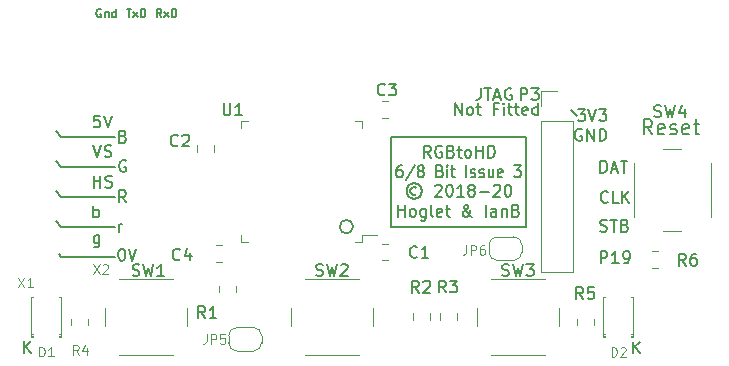
<source format=gto>
G04 #@! TF.GenerationSoftware,KiCad,Pcbnew,(5.1.4)-1*
G04 #@! TF.CreationDate,2020-02-28T01:36:28+00:00*
G04 #@! TF.ProjectId,rgb-to-hdmi,7267622d-746f-42d6-9864-6d692e6b6963,rev?*
G04 #@! TF.SameCoordinates,Original*
G04 #@! TF.FileFunction,Legend,Top*
G04 #@! TF.FilePolarity,Positive*
%FSLAX46Y46*%
G04 Gerber Fmt 4.6, Leading zero omitted, Abs format (unit mm)*
G04 Created by KiCad (PCBNEW (5.1.4)-1) date 2020-02-28 01:36:28*
%MOMM*%
%LPD*%
G04 APERTURE LIST*
%ADD10C,0.120000*%
%ADD11C,0.150000*%
%ADD12C,0.130000*%
%ADD13C,0.200000*%
G04 APERTURE END LIST*
D10*
X21974380Y-47572864D02*
X22507714Y-48372864D01*
X22507714Y-47572864D02*
X21974380Y-48372864D01*
X23231523Y-48372864D02*
X22774380Y-48372864D01*
X23002952Y-48372864D02*
X23002952Y-47572864D01*
X22926761Y-47687150D01*
X22850571Y-47763340D01*
X22774380Y-47801436D01*
X28354380Y-46442864D02*
X28887714Y-47242864D01*
X28887714Y-46442864D02*
X28354380Y-47242864D01*
X29154380Y-46519055D02*
X29192476Y-46480960D01*
X29268666Y-46442864D01*
X29459142Y-46442864D01*
X29535333Y-46480960D01*
X29573428Y-46519055D01*
X29611523Y-46595245D01*
X29611523Y-46671436D01*
X29573428Y-46785721D01*
X29116285Y-47242864D01*
X29611523Y-47242864D01*
D11*
X25642000Y-35620960D02*
X25184800Y-35163760D01*
X26150000Y-35620960D02*
X25642000Y-35620960D01*
X25642000Y-45780960D02*
X25438800Y-45577760D01*
X26150000Y-45780960D02*
X25642000Y-45780960D01*
X25642000Y-43240960D02*
X25184800Y-42783760D01*
X26150000Y-43240960D02*
X25642000Y-43240960D01*
X25642000Y-40700960D02*
X25184800Y-40243760D01*
X26175400Y-40700960D02*
X25642000Y-40700960D01*
X25642000Y-38160960D02*
X25184800Y-37703760D01*
X26150000Y-38160960D02*
X25642000Y-38160960D01*
X71290714Y-46334940D02*
X71290714Y-45334940D01*
X71671666Y-45334940D01*
X71766904Y-45382560D01*
X71814523Y-45430179D01*
X71862142Y-45525417D01*
X71862142Y-45668274D01*
X71814523Y-45763512D01*
X71766904Y-45811131D01*
X71671666Y-45858750D01*
X71290714Y-45858750D01*
X72814523Y-46334940D02*
X72243095Y-46334940D01*
X72528809Y-46334940D02*
X72528809Y-45334940D01*
X72433571Y-45477798D01*
X72338333Y-45573036D01*
X72243095Y-45620655D01*
X73290714Y-46334940D02*
X73481190Y-46334940D01*
X73576428Y-46287321D01*
X73624047Y-46239702D01*
X73719285Y-46096845D01*
X73766904Y-45906369D01*
X73766904Y-45525417D01*
X73719285Y-45430179D01*
X73671666Y-45382560D01*
X73576428Y-45334940D01*
X73385952Y-45334940D01*
X73290714Y-45382560D01*
X73243095Y-45430179D01*
X73195476Y-45525417D01*
X73195476Y-45763512D01*
X73243095Y-45858750D01*
X73290714Y-45906369D01*
X73385952Y-45953988D01*
X73576428Y-45953988D01*
X73671666Y-45906369D01*
X73719285Y-45858750D01*
X73766904Y-45763512D01*
X71262133Y-43620321D02*
X71404990Y-43667940D01*
X71643085Y-43667940D01*
X71738323Y-43620321D01*
X71785942Y-43572702D01*
X71833561Y-43477464D01*
X71833561Y-43382226D01*
X71785942Y-43286988D01*
X71738323Y-43239369D01*
X71643085Y-43191750D01*
X71452609Y-43144131D01*
X71357371Y-43096512D01*
X71309752Y-43048893D01*
X71262133Y-42953655D01*
X71262133Y-42858417D01*
X71309752Y-42763179D01*
X71357371Y-42715560D01*
X71452609Y-42667940D01*
X71690704Y-42667940D01*
X71833561Y-42715560D01*
X72119276Y-42667940D02*
X72690704Y-42667940D01*
X72404990Y-43667940D02*
X72404990Y-42667940D01*
X73357371Y-43144131D02*
X73500228Y-43191750D01*
X73547847Y-43239369D01*
X73595466Y-43334607D01*
X73595466Y-43477464D01*
X73547847Y-43572702D01*
X73500228Y-43620321D01*
X73404990Y-43667940D01*
X73024038Y-43667940D01*
X73024038Y-42667940D01*
X73357371Y-42667940D01*
X73452609Y-42715560D01*
X73500228Y-42763179D01*
X73547847Y-42858417D01*
X73547847Y-42953655D01*
X73500228Y-43048893D01*
X73452609Y-43096512D01*
X73357371Y-43144131D01*
X73024038Y-43144131D01*
X71281171Y-38664140D02*
X71281171Y-37664140D01*
X71519266Y-37664140D01*
X71662123Y-37711760D01*
X71757361Y-37806998D01*
X71804980Y-37902236D01*
X71852600Y-38092712D01*
X71852600Y-38235569D01*
X71804980Y-38426045D01*
X71757361Y-38521283D01*
X71662123Y-38616521D01*
X71519266Y-38664140D01*
X71281171Y-38664140D01*
X72233552Y-38378426D02*
X72709742Y-38378426D01*
X72138314Y-38664140D02*
X72471647Y-37664140D01*
X72804980Y-38664140D01*
X72995457Y-37664140D02*
X73566885Y-37664140D01*
X73281171Y-38664140D02*
X73281171Y-37664140D01*
X71909761Y-41134302D02*
X71862142Y-41181921D01*
X71719285Y-41229540D01*
X71624047Y-41229540D01*
X71481190Y-41181921D01*
X71385952Y-41086683D01*
X71338333Y-40991445D01*
X71290714Y-40800969D01*
X71290714Y-40658112D01*
X71338333Y-40467636D01*
X71385952Y-40372398D01*
X71481190Y-40277160D01*
X71624047Y-40229540D01*
X71719285Y-40229540D01*
X71862142Y-40277160D01*
X71909761Y-40324779D01*
X72814523Y-41229540D02*
X72338333Y-41229540D01*
X72338333Y-40229540D01*
X73147857Y-41229540D02*
X73147857Y-40229540D01*
X73719285Y-41229540D02*
X73290714Y-40658112D01*
X73719285Y-40229540D02*
X73147857Y-40800969D01*
X61127533Y-31517340D02*
X61127533Y-32231626D01*
X61079914Y-32374483D01*
X60984676Y-32469721D01*
X60841819Y-32517340D01*
X60746580Y-32517340D01*
X61460866Y-31517340D02*
X62032295Y-31517340D01*
X61746580Y-32517340D02*
X61746580Y-31517340D01*
X62318009Y-32231626D02*
X62794200Y-32231626D01*
X62222771Y-32517340D02*
X62556104Y-31517340D01*
X62889438Y-32517340D01*
X63746580Y-31564960D02*
X63651342Y-31517340D01*
X63508485Y-31517340D01*
X63365628Y-31564960D01*
X63270390Y-31660198D01*
X63222771Y-31755436D01*
X63175152Y-31945912D01*
X63175152Y-32088769D01*
X63222771Y-32279245D01*
X63270390Y-32374483D01*
X63365628Y-32469721D01*
X63508485Y-32517340D01*
X63603723Y-32517340D01*
X63746580Y-32469721D01*
X63794200Y-32422102D01*
X63794200Y-32088769D01*
X63603723Y-32088769D01*
X30214000Y-45780960D02*
X26150000Y-45780960D01*
X30705809Y-45123340D02*
X30801047Y-45123340D01*
X30896285Y-45170960D01*
X30943904Y-45218579D01*
X30991523Y-45313817D01*
X31039142Y-45504293D01*
X31039142Y-45742388D01*
X30991523Y-45932864D01*
X30943904Y-46028102D01*
X30896285Y-46075721D01*
X30801047Y-46123340D01*
X30705809Y-46123340D01*
X30610571Y-46075721D01*
X30562952Y-46028102D01*
X30515333Y-45932864D01*
X30467714Y-45742388D01*
X30467714Y-45504293D01*
X30515333Y-45313817D01*
X30562952Y-45218579D01*
X30610571Y-45170960D01*
X30705809Y-45123340D01*
X31324857Y-45123340D02*
X31658190Y-46123340D01*
X31991523Y-45123340D01*
X30214000Y-35620960D02*
X26150000Y-35620960D01*
X30214000Y-38160960D02*
X26150000Y-38160960D01*
X30214000Y-40700960D02*
X26150000Y-40700960D01*
X30214000Y-43240960D02*
X26150000Y-43240960D01*
X30480571Y-43663340D02*
X30480571Y-42996674D01*
X30480571Y-43187150D02*
X30528190Y-43091912D01*
X30575809Y-43044293D01*
X30671047Y-42996674D01*
X30766285Y-42996674D01*
X31101523Y-41183340D02*
X30768190Y-40707150D01*
X30530095Y-41183340D02*
X30530095Y-40183340D01*
X30911047Y-40183340D01*
X31006285Y-40230960D01*
X31053904Y-40278579D01*
X31101523Y-40373817D01*
X31101523Y-40516674D01*
X31053904Y-40611912D01*
X31006285Y-40659531D01*
X30911047Y-40707150D01*
X30530095Y-40707150D01*
X31093904Y-37660960D02*
X30998666Y-37613340D01*
X30855809Y-37613340D01*
X30712952Y-37660960D01*
X30617714Y-37756198D01*
X30570095Y-37851436D01*
X30522476Y-38041912D01*
X30522476Y-38184769D01*
X30570095Y-38375245D01*
X30617714Y-38470483D01*
X30712952Y-38565721D01*
X30855809Y-38613340D01*
X30951047Y-38613340D01*
X31093904Y-38565721D01*
X31141523Y-38518102D01*
X31141523Y-38184769D01*
X30951047Y-38184769D01*
X30863428Y-35599531D02*
X31006285Y-35647150D01*
X31053904Y-35694769D01*
X31101523Y-35790007D01*
X31101523Y-35932864D01*
X31053904Y-36028102D01*
X31006285Y-36075721D01*
X30911047Y-36123340D01*
X30530095Y-36123340D01*
X30530095Y-35123340D01*
X30863428Y-35123340D01*
X30958666Y-35170960D01*
X31006285Y-35218579D01*
X31053904Y-35313817D01*
X31053904Y-35409055D01*
X31006285Y-35504293D01*
X30958666Y-35551912D01*
X30863428Y-35599531D01*
X30530095Y-35599531D01*
X28866285Y-43986674D02*
X28866285Y-44796198D01*
X28818666Y-44891436D01*
X28771047Y-44939055D01*
X28675809Y-44986674D01*
X28532952Y-44986674D01*
X28437714Y-44939055D01*
X28866285Y-44605721D02*
X28771047Y-44653340D01*
X28580571Y-44653340D01*
X28485333Y-44605721D01*
X28437714Y-44558102D01*
X28390095Y-44462864D01*
X28390095Y-44177150D01*
X28437714Y-44081912D01*
X28485333Y-44034293D01*
X28580571Y-43986674D01*
X28771047Y-43986674D01*
X28866285Y-44034293D01*
X28357714Y-42463340D02*
X28357714Y-41463340D01*
X28357714Y-41844293D02*
X28452952Y-41796674D01*
X28643428Y-41796674D01*
X28738666Y-41844293D01*
X28786285Y-41891912D01*
X28833904Y-41987150D01*
X28833904Y-42272864D01*
X28786285Y-42368102D01*
X28738666Y-42415721D01*
X28643428Y-42463340D01*
X28452952Y-42463340D01*
X28357714Y-42415721D01*
X28370095Y-39933340D02*
X28370095Y-38933340D01*
X28370095Y-39409531D02*
X28941523Y-39409531D01*
X28941523Y-39933340D02*
X28941523Y-38933340D01*
X29370095Y-39885721D02*
X29512952Y-39933340D01*
X29751047Y-39933340D01*
X29846285Y-39885721D01*
X29893904Y-39838102D01*
X29941523Y-39742864D01*
X29941523Y-39647626D01*
X29893904Y-39552388D01*
X29846285Y-39504769D01*
X29751047Y-39457150D01*
X29560571Y-39409531D01*
X29465333Y-39361912D01*
X29417714Y-39314293D01*
X29370095Y-39219055D01*
X29370095Y-39123817D01*
X29417714Y-39028579D01*
X29465333Y-38980960D01*
X29560571Y-38933340D01*
X29798666Y-38933340D01*
X29941523Y-38980960D01*
X28352476Y-36343340D02*
X28685809Y-37343340D01*
X29019142Y-36343340D01*
X29304857Y-37295721D02*
X29447714Y-37343340D01*
X29685809Y-37343340D01*
X29781047Y-37295721D01*
X29828666Y-37248102D01*
X29876285Y-37152864D01*
X29876285Y-37057626D01*
X29828666Y-36962388D01*
X29781047Y-36914769D01*
X29685809Y-36867150D01*
X29495333Y-36819531D01*
X29400095Y-36771912D01*
X29352476Y-36724293D01*
X29304857Y-36629055D01*
X29304857Y-36533817D01*
X29352476Y-36438579D01*
X29400095Y-36390960D01*
X29495333Y-36343340D01*
X29733428Y-36343340D01*
X29876285Y-36390960D01*
X28891523Y-33843340D02*
X28415333Y-33843340D01*
X28367714Y-34319531D01*
X28415333Y-34271912D01*
X28510571Y-34224293D01*
X28748666Y-34224293D01*
X28843904Y-34271912D01*
X28891523Y-34319531D01*
X28939142Y-34414769D01*
X28939142Y-34652864D01*
X28891523Y-34748102D01*
X28843904Y-34795721D01*
X28748666Y-34843340D01*
X28510571Y-34843340D01*
X28415333Y-34795721D01*
X28367714Y-34748102D01*
X29224857Y-33843340D02*
X29558190Y-34843340D01*
X29891523Y-33843340D01*
D12*
X34115333Y-25523626D02*
X33882000Y-25190293D01*
X33715333Y-25523626D02*
X33715333Y-24823626D01*
X33982000Y-24823626D01*
X34048666Y-24856960D01*
X34082000Y-24890293D01*
X34115333Y-24956960D01*
X34115333Y-25056960D01*
X34082000Y-25123626D01*
X34048666Y-25156960D01*
X33982000Y-25190293D01*
X33715333Y-25190293D01*
X34348666Y-25523626D02*
X34715333Y-25056960D01*
X34348666Y-25056960D02*
X34715333Y-25523626D01*
X34982000Y-25523626D02*
X34982000Y-24823626D01*
X35148666Y-24823626D01*
X35248666Y-24856960D01*
X35315333Y-24923626D01*
X35348666Y-24990293D01*
X35382000Y-25123626D01*
X35382000Y-25223626D01*
X35348666Y-25356960D01*
X35315333Y-25423626D01*
X35248666Y-25490293D01*
X35148666Y-25523626D01*
X34982000Y-25523626D01*
X31158666Y-24823626D02*
X31558666Y-24823626D01*
X31358666Y-25523626D02*
X31358666Y-24823626D01*
X31725333Y-25523626D02*
X32092000Y-25056960D01*
X31725333Y-25056960D02*
X32092000Y-25523626D01*
X32358666Y-25523626D02*
X32358666Y-24823626D01*
X32525333Y-24823626D01*
X32625333Y-24856960D01*
X32692000Y-24923626D01*
X32725333Y-24990293D01*
X32758666Y-25123626D01*
X32758666Y-25223626D01*
X32725333Y-25356960D01*
X32692000Y-25423626D01*
X32625333Y-25490293D01*
X32525333Y-25523626D01*
X32358666Y-25523626D01*
X29002000Y-24856960D02*
X28935333Y-24823626D01*
X28835333Y-24823626D01*
X28735333Y-24856960D01*
X28668666Y-24923626D01*
X28635333Y-24990293D01*
X28602000Y-25123626D01*
X28602000Y-25223626D01*
X28635333Y-25356960D01*
X28668666Y-25423626D01*
X28735333Y-25490293D01*
X28835333Y-25523626D01*
X28902000Y-25523626D01*
X29002000Y-25490293D01*
X29035333Y-25456960D01*
X29035333Y-25223626D01*
X28902000Y-25223626D01*
X29335333Y-25056960D02*
X29335333Y-25523626D01*
X29335333Y-25123626D02*
X29368666Y-25090293D01*
X29435333Y-25056960D01*
X29535333Y-25056960D01*
X29602000Y-25090293D01*
X29635333Y-25156960D01*
X29635333Y-25523626D01*
X30268666Y-25523626D02*
X30268666Y-24823626D01*
X30268666Y-25490293D02*
X30202000Y-25523626D01*
X30068666Y-25523626D01*
X30002000Y-25490293D01*
X29968666Y-25456960D01*
X29935333Y-25390293D01*
X29935333Y-25190293D01*
X29968666Y-25123626D01*
X30002000Y-25090293D01*
X30068666Y-25056960D01*
X30202000Y-25056960D01*
X30268666Y-25090293D01*
D11*
X74060095Y-53973340D02*
X74060095Y-52973340D01*
X74631523Y-53973340D02*
X74202952Y-53401912D01*
X74631523Y-52973340D02*
X74060095Y-53544769D01*
X22460095Y-53913340D02*
X22460095Y-52913340D01*
X23031523Y-53913340D02*
X22602952Y-53341912D01*
X23031523Y-52913340D02*
X22460095Y-53484769D01*
X58948190Y-33787340D02*
X58948190Y-32787340D01*
X59519619Y-33787340D01*
X59519619Y-32787340D01*
X60138666Y-33787340D02*
X60043428Y-33739721D01*
X59995809Y-33692102D01*
X59948190Y-33596864D01*
X59948190Y-33311150D01*
X59995809Y-33215912D01*
X60043428Y-33168293D01*
X60138666Y-33120674D01*
X60281523Y-33120674D01*
X60376761Y-33168293D01*
X60424380Y-33215912D01*
X60472000Y-33311150D01*
X60472000Y-33596864D01*
X60424380Y-33692102D01*
X60376761Y-33739721D01*
X60281523Y-33787340D01*
X60138666Y-33787340D01*
X60757714Y-33120674D02*
X61138666Y-33120674D01*
X60900571Y-32787340D02*
X60900571Y-33644483D01*
X60948190Y-33739721D01*
X61043428Y-33787340D01*
X61138666Y-33787340D01*
X62567238Y-33263531D02*
X62233904Y-33263531D01*
X62233904Y-33787340D02*
X62233904Y-32787340D01*
X62710095Y-32787340D01*
X63091047Y-33787340D02*
X63091047Y-33120674D01*
X63091047Y-32787340D02*
X63043428Y-32834960D01*
X63091047Y-32882579D01*
X63138666Y-32834960D01*
X63091047Y-32787340D01*
X63091047Y-32882579D01*
X63424380Y-33120674D02*
X63805333Y-33120674D01*
X63567238Y-32787340D02*
X63567238Y-33644483D01*
X63614857Y-33739721D01*
X63710095Y-33787340D01*
X63805333Y-33787340D01*
X63995809Y-33120674D02*
X64376761Y-33120674D01*
X64138666Y-32787340D02*
X64138666Y-33644483D01*
X64186285Y-33739721D01*
X64281523Y-33787340D01*
X64376761Y-33787340D01*
X65091047Y-33739721D02*
X64995809Y-33787340D01*
X64805333Y-33787340D01*
X64710095Y-33739721D01*
X64662476Y-33644483D01*
X64662476Y-33263531D01*
X64710095Y-33168293D01*
X64805333Y-33120674D01*
X64995809Y-33120674D01*
X65091047Y-33168293D01*
X65138666Y-33263531D01*
X65138666Y-33358769D01*
X64662476Y-33454007D01*
X65995809Y-33787340D02*
X65995809Y-32787340D01*
X65995809Y-33739721D02*
X65900571Y-33787340D01*
X65710095Y-33787340D01*
X65614857Y-33739721D01*
X65567238Y-33692102D01*
X65519619Y-33596864D01*
X65519619Y-33311150D01*
X65567238Y-33215912D01*
X65614857Y-33168293D01*
X65710095Y-33120674D01*
X65900571Y-33120674D01*
X65995809Y-33168293D01*
X69330000Y-33842960D02*
X69076000Y-33588960D01*
X68822000Y-33334960D02*
X69330000Y-33842960D01*
X69361904Y-33295340D02*
X69980952Y-33295340D01*
X69647619Y-33676293D01*
X69790476Y-33676293D01*
X69885714Y-33723912D01*
X69933333Y-33771531D01*
X69980952Y-33866769D01*
X69980952Y-34104864D01*
X69933333Y-34200102D01*
X69885714Y-34247721D01*
X69790476Y-34295340D01*
X69504761Y-34295340D01*
X69409523Y-34247721D01*
X69361904Y-34200102D01*
X70266666Y-33295340D02*
X70600000Y-34295340D01*
X70933333Y-33295340D01*
X71171428Y-33295340D02*
X71790476Y-33295340D01*
X71457142Y-33676293D01*
X71600000Y-33676293D01*
X71695238Y-33723912D01*
X71742857Y-33771531D01*
X71790476Y-33866769D01*
X71790476Y-34104864D01*
X71742857Y-34200102D01*
X71695238Y-34247721D01*
X71600000Y-34295340D01*
X71314285Y-34295340D01*
X71219047Y-34247721D01*
X71171428Y-34200102D01*
X69685695Y-35019360D02*
X69590457Y-34971740D01*
X69447600Y-34971740D01*
X69304742Y-35019360D01*
X69209504Y-35114598D01*
X69161885Y-35209836D01*
X69114266Y-35400312D01*
X69114266Y-35543169D01*
X69161885Y-35733645D01*
X69209504Y-35828883D01*
X69304742Y-35924121D01*
X69447600Y-35971740D01*
X69542838Y-35971740D01*
X69685695Y-35924121D01*
X69733314Y-35876502D01*
X69733314Y-35543169D01*
X69542838Y-35543169D01*
X70161885Y-35971740D02*
X70161885Y-34971740D01*
X70733314Y-35971740D01*
X70733314Y-34971740D01*
X71209504Y-35971740D02*
X71209504Y-34971740D01*
X71447600Y-34971740D01*
X71590457Y-35019360D01*
X71685695Y-35114598D01*
X71733314Y-35209836D01*
X71780933Y-35400312D01*
X71780933Y-35543169D01*
X71733314Y-35733645D01*
X71685695Y-35828883D01*
X71590457Y-35924121D01*
X71447600Y-35971740D01*
X71209504Y-35971740D01*
X54159533Y-42397940D02*
X54159533Y-41397940D01*
X54159533Y-41874131D02*
X54719533Y-41874131D01*
X54719533Y-42397940D02*
X54719533Y-41397940D01*
X55326200Y-42397940D02*
X55232866Y-42350321D01*
X55186200Y-42302702D01*
X55139533Y-42207464D01*
X55139533Y-41921750D01*
X55186200Y-41826512D01*
X55232866Y-41778893D01*
X55326200Y-41731274D01*
X55466200Y-41731274D01*
X55559533Y-41778893D01*
X55606200Y-41826512D01*
X55652866Y-41921750D01*
X55652866Y-42207464D01*
X55606200Y-42302702D01*
X55559533Y-42350321D01*
X55466200Y-42397940D01*
X55326200Y-42397940D01*
X56492866Y-41731274D02*
X56492866Y-42540798D01*
X56446200Y-42636036D01*
X56399533Y-42683655D01*
X56306200Y-42731274D01*
X56166200Y-42731274D01*
X56072866Y-42683655D01*
X56492866Y-42350321D02*
X56399533Y-42397940D01*
X56212866Y-42397940D01*
X56119533Y-42350321D01*
X56072866Y-42302702D01*
X56026200Y-42207464D01*
X56026200Y-41921750D01*
X56072866Y-41826512D01*
X56119533Y-41778893D01*
X56212866Y-41731274D01*
X56399533Y-41731274D01*
X56492866Y-41778893D01*
X57099533Y-42397940D02*
X57006200Y-42350321D01*
X56959533Y-42255083D01*
X56959533Y-41397940D01*
X57846200Y-42350321D02*
X57752866Y-42397940D01*
X57566200Y-42397940D01*
X57472866Y-42350321D01*
X57426200Y-42255083D01*
X57426200Y-41874131D01*
X57472866Y-41778893D01*
X57566200Y-41731274D01*
X57752866Y-41731274D01*
X57846200Y-41778893D01*
X57892866Y-41874131D01*
X57892866Y-41969369D01*
X57426200Y-42064607D01*
X58172866Y-41731274D02*
X58546200Y-41731274D01*
X58312866Y-41397940D02*
X58312866Y-42255083D01*
X58359533Y-42350321D01*
X58452866Y-42397940D01*
X58546200Y-42397940D01*
X60412866Y-42397940D02*
X60366200Y-42397940D01*
X60272866Y-42350321D01*
X60132866Y-42207464D01*
X59899533Y-41921750D01*
X59806200Y-41778893D01*
X59759533Y-41636036D01*
X59759533Y-41540798D01*
X59806200Y-41445560D01*
X59899533Y-41397940D01*
X59946200Y-41397940D01*
X60039533Y-41445560D01*
X60086200Y-41540798D01*
X60086200Y-41588417D01*
X60039533Y-41683655D01*
X59992866Y-41731274D01*
X59712866Y-41921750D01*
X59666200Y-41969369D01*
X59619533Y-42064607D01*
X59619533Y-42207464D01*
X59666200Y-42302702D01*
X59712866Y-42350321D01*
X59806200Y-42397940D01*
X59946200Y-42397940D01*
X60039533Y-42350321D01*
X60086200Y-42302702D01*
X60226200Y-42112226D01*
X60272866Y-41969369D01*
X60272866Y-41874131D01*
X61579533Y-42397940D02*
X61579533Y-41397940D01*
X62466200Y-42397940D02*
X62466200Y-41874131D01*
X62419533Y-41778893D01*
X62326200Y-41731274D01*
X62139533Y-41731274D01*
X62046200Y-41778893D01*
X62466200Y-42350321D02*
X62372866Y-42397940D01*
X62139533Y-42397940D01*
X62046200Y-42350321D01*
X61999533Y-42255083D01*
X61999533Y-42159845D01*
X62046200Y-42064607D01*
X62139533Y-42016988D01*
X62372866Y-42016988D01*
X62466200Y-41969369D01*
X62932866Y-41731274D02*
X62932866Y-42397940D01*
X62932866Y-41826512D02*
X62979533Y-41778893D01*
X63072866Y-41731274D01*
X63212866Y-41731274D01*
X63306200Y-41778893D01*
X63352866Y-41874131D01*
X63352866Y-42397940D01*
X64146200Y-41874131D02*
X64286200Y-41921750D01*
X64332866Y-41969369D01*
X64379533Y-42064607D01*
X64379533Y-42207464D01*
X64332866Y-42302702D01*
X64286200Y-42350321D01*
X64192866Y-42397940D01*
X63819533Y-42397940D01*
X63819533Y-41397940D01*
X64146200Y-41397940D01*
X64239533Y-41445560D01*
X64286200Y-41493179D01*
X64332866Y-41588417D01*
X64332866Y-41683655D01*
X64286200Y-41778893D01*
X64239533Y-41826512D01*
X64146200Y-41874131D01*
X63819533Y-41874131D01*
X55703666Y-39934236D02*
X55610333Y-39886617D01*
X55423666Y-39886617D01*
X55330333Y-39934236D01*
X55237000Y-40029474D01*
X55190333Y-40124712D01*
X55190333Y-40315188D01*
X55237000Y-40410426D01*
X55330333Y-40505664D01*
X55423666Y-40553283D01*
X55610333Y-40553283D01*
X55703666Y-40505664D01*
X55517000Y-39553283D02*
X55283666Y-39600902D01*
X55050333Y-39743760D01*
X54910333Y-39981855D01*
X54863666Y-40219950D01*
X54910333Y-40458045D01*
X55050333Y-40696140D01*
X55283666Y-40838998D01*
X55517000Y-40886617D01*
X55750333Y-40838998D01*
X55983666Y-40696140D01*
X56123666Y-40458045D01*
X56170333Y-40219950D01*
X56123666Y-39981855D01*
X55983666Y-39743760D01*
X55750333Y-39600902D01*
X55517000Y-39553283D01*
X57290333Y-39791379D02*
X57337000Y-39743760D01*
X57430333Y-39696140D01*
X57663666Y-39696140D01*
X57757000Y-39743760D01*
X57803666Y-39791379D01*
X57850333Y-39886617D01*
X57850333Y-39981855D01*
X57803666Y-40124712D01*
X57243666Y-40696140D01*
X57850333Y-40696140D01*
X58457000Y-39696140D02*
X58550333Y-39696140D01*
X58643666Y-39743760D01*
X58690333Y-39791379D01*
X58737000Y-39886617D01*
X58783666Y-40077093D01*
X58783666Y-40315188D01*
X58737000Y-40505664D01*
X58690333Y-40600902D01*
X58643666Y-40648521D01*
X58550333Y-40696140D01*
X58457000Y-40696140D01*
X58363666Y-40648521D01*
X58317000Y-40600902D01*
X58270333Y-40505664D01*
X58223666Y-40315188D01*
X58223666Y-40077093D01*
X58270333Y-39886617D01*
X58317000Y-39791379D01*
X58363666Y-39743760D01*
X58457000Y-39696140D01*
X59717000Y-40696140D02*
X59157000Y-40696140D01*
X59437000Y-40696140D02*
X59437000Y-39696140D01*
X59343666Y-39838998D01*
X59250333Y-39934236D01*
X59157000Y-39981855D01*
X60277000Y-40124712D02*
X60183666Y-40077093D01*
X60137000Y-40029474D01*
X60090333Y-39934236D01*
X60090333Y-39886617D01*
X60137000Y-39791379D01*
X60183666Y-39743760D01*
X60277000Y-39696140D01*
X60463666Y-39696140D01*
X60557000Y-39743760D01*
X60603666Y-39791379D01*
X60650333Y-39886617D01*
X60650333Y-39934236D01*
X60603666Y-40029474D01*
X60557000Y-40077093D01*
X60463666Y-40124712D01*
X60277000Y-40124712D01*
X60183666Y-40172331D01*
X60137000Y-40219950D01*
X60090333Y-40315188D01*
X60090333Y-40505664D01*
X60137000Y-40600902D01*
X60183666Y-40648521D01*
X60277000Y-40696140D01*
X60463666Y-40696140D01*
X60557000Y-40648521D01*
X60603666Y-40600902D01*
X60650333Y-40505664D01*
X60650333Y-40315188D01*
X60603666Y-40219950D01*
X60557000Y-40172331D01*
X60463666Y-40124712D01*
X61070333Y-40315188D02*
X61817000Y-40315188D01*
X62237000Y-39791379D02*
X62283666Y-39743760D01*
X62377000Y-39696140D01*
X62610333Y-39696140D01*
X62703666Y-39743760D01*
X62750333Y-39791379D01*
X62797000Y-39886617D01*
X62797000Y-39981855D01*
X62750333Y-40124712D01*
X62190333Y-40696140D01*
X62797000Y-40696140D01*
X63403666Y-39696140D02*
X63497000Y-39696140D01*
X63590333Y-39743760D01*
X63637000Y-39791379D01*
X63683666Y-39886617D01*
X63730333Y-40077093D01*
X63730333Y-40315188D01*
X63683666Y-40505664D01*
X63637000Y-40600902D01*
X63590333Y-40648521D01*
X63497000Y-40696140D01*
X63403666Y-40696140D01*
X63310333Y-40648521D01*
X63263666Y-40600902D01*
X63217000Y-40505664D01*
X63170333Y-40315188D01*
X63170333Y-40077093D01*
X63217000Y-39886617D01*
X63263666Y-39791379D01*
X63310333Y-39743760D01*
X63403666Y-39696140D01*
X54441562Y-38068000D02*
X54270134Y-38068000D01*
X54184420Y-38115620D01*
X54141562Y-38163239D01*
X54055848Y-38306096D01*
X54012991Y-38496572D01*
X54012991Y-38877524D01*
X54055848Y-38972762D01*
X54098705Y-39020381D01*
X54184420Y-39068000D01*
X54355848Y-39068000D01*
X54441562Y-39020381D01*
X54484420Y-38972762D01*
X54527277Y-38877524D01*
X54527277Y-38639429D01*
X54484420Y-38544191D01*
X54441562Y-38496572D01*
X54355848Y-38448953D01*
X54184420Y-38448953D01*
X54098705Y-38496572D01*
X54055848Y-38544191D01*
X54012991Y-38639429D01*
X55555848Y-38020381D02*
X54784420Y-39306096D01*
X55984420Y-38496572D02*
X55898705Y-38448953D01*
X55855848Y-38401334D01*
X55812991Y-38306096D01*
X55812991Y-38258477D01*
X55855848Y-38163239D01*
X55898705Y-38115620D01*
X55984420Y-38068000D01*
X56155848Y-38068000D01*
X56241562Y-38115620D01*
X56284420Y-38163239D01*
X56327277Y-38258477D01*
X56327277Y-38306096D01*
X56284420Y-38401334D01*
X56241562Y-38448953D01*
X56155848Y-38496572D01*
X55984420Y-38496572D01*
X55898705Y-38544191D01*
X55855848Y-38591810D01*
X55812991Y-38687048D01*
X55812991Y-38877524D01*
X55855848Y-38972762D01*
X55898705Y-39020381D01*
X55984420Y-39068000D01*
X56155848Y-39068000D01*
X56241562Y-39020381D01*
X56284420Y-38972762D01*
X56327277Y-38877524D01*
X56327277Y-38687048D01*
X56284420Y-38591810D01*
X56241562Y-38544191D01*
X56155848Y-38496572D01*
X57698705Y-38544191D02*
X57827277Y-38591810D01*
X57870134Y-38639429D01*
X57912991Y-38734667D01*
X57912991Y-38877524D01*
X57870134Y-38972762D01*
X57827277Y-39020381D01*
X57741562Y-39068000D01*
X57398705Y-39068000D01*
X57398705Y-38068000D01*
X57698705Y-38068000D01*
X57784420Y-38115620D01*
X57827277Y-38163239D01*
X57870134Y-38258477D01*
X57870134Y-38353715D01*
X57827277Y-38448953D01*
X57784420Y-38496572D01*
X57698705Y-38544191D01*
X57398705Y-38544191D01*
X58298705Y-39068000D02*
X58298705Y-38401334D01*
X58298705Y-38068000D02*
X58255848Y-38115620D01*
X58298705Y-38163239D01*
X58341562Y-38115620D01*
X58298705Y-38068000D01*
X58298705Y-38163239D01*
X58598705Y-38401334D02*
X58941562Y-38401334D01*
X58727277Y-38068000D02*
X58727277Y-38925143D01*
X58770134Y-39020381D01*
X58855848Y-39068000D01*
X58941562Y-39068000D01*
X59927277Y-39068000D02*
X59927277Y-38068000D01*
X60312991Y-39020381D02*
X60398705Y-39068000D01*
X60570134Y-39068000D01*
X60655848Y-39020381D01*
X60698705Y-38925143D01*
X60698705Y-38877524D01*
X60655848Y-38782286D01*
X60570134Y-38734667D01*
X60441562Y-38734667D01*
X60355848Y-38687048D01*
X60312991Y-38591810D01*
X60312991Y-38544191D01*
X60355848Y-38448953D01*
X60441562Y-38401334D01*
X60570134Y-38401334D01*
X60655848Y-38448953D01*
X61041562Y-39020381D02*
X61127277Y-39068000D01*
X61298705Y-39068000D01*
X61384420Y-39020381D01*
X61427277Y-38925143D01*
X61427277Y-38877524D01*
X61384420Y-38782286D01*
X61298705Y-38734667D01*
X61170134Y-38734667D01*
X61084420Y-38687048D01*
X61041562Y-38591810D01*
X61041562Y-38544191D01*
X61084420Y-38448953D01*
X61170134Y-38401334D01*
X61298705Y-38401334D01*
X61384420Y-38448953D01*
X62198705Y-38401334D02*
X62198705Y-39068000D01*
X61812991Y-38401334D02*
X61812991Y-38925143D01*
X61855848Y-39020381D01*
X61941562Y-39068000D01*
X62070134Y-39068000D01*
X62155848Y-39020381D01*
X62198705Y-38972762D01*
X62970134Y-39020381D02*
X62884420Y-39068000D01*
X62712991Y-39068000D01*
X62627277Y-39020381D01*
X62584420Y-38925143D01*
X62584420Y-38544191D01*
X62627277Y-38448953D01*
X62712991Y-38401334D01*
X62884420Y-38401334D01*
X62970134Y-38448953D01*
X63012991Y-38544191D01*
X63012991Y-38639429D01*
X62584420Y-38734667D01*
X63998705Y-38068000D02*
X64555848Y-38068000D01*
X64255848Y-38448953D01*
X64384420Y-38448953D01*
X64470134Y-38496572D01*
X64512991Y-38544191D01*
X64555848Y-38639429D01*
X64555848Y-38877524D01*
X64512991Y-38972762D01*
X64470134Y-39020381D01*
X64384420Y-39068000D01*
X64127277Y-39068000D01*
X64041562Y-39020381D01*
X63998705Y-38972762D01*
X56919066Y-37394140D02*
X56592400Y-36917950D01*
X56359066Y-37394140D02*
X56359066Y-36394140D01*
X56732400Y-36394140D01*
X56825733Y-36441760D01*
X56872400Y-36489379D01*
X56919066Y-36584617D01*
X56919066Y-36727474D01*
X56872400Y-36822712D01*
X56825733Y-36870331D01*
X56732400Y-36917950D01*
X56359066Y-36917950D01*
X57852400Y-36441760D02*
X57759066Y-36394140D01*
X57619066Y-36394140D01*
X57479066Y-36441760D01*
X57385733Y-36536998D01*
X57339066Y-36632236D01*
X57292400Y-36822712D01*
X57292400Y-36965569D01*
X57339066Y-37156045D01*
X57385733Y-37251283D01*
X57479066Y-37346521D01*
X57619066Y-37394140D01*
X57712400Y-37394140D01*
X57852400Y-37346521D01*
X57899066Y-37298902D01*
X57899066Y-36965569D01*
X57712400Y-36965569D01*
X58645733Y-36870331D02*
X58785733Y-36917950D01*
X58832400Y-36965569D01*
X58879066Y-37060807D01*
X58879066Y-37203664D01*
X58832400Y-37298902D01*
X58785733Y-37346521D01*
X58692400Y-37394140D01*
X58319066Y-37394140D01*
X58319066Y-36394140D01*
X58645733Y-36394140D01*
X58739066Y-36441760D01*
X58785733Y-36489379D01*
X58832400Y-36584617D01*
X58832400Y-36679855D01*
X58785733Y-36775093D01*
X58739066Y-36822712D01*
X58645733Y-36870331D01*
X58319066Y-36870331D01*
X59159066Y-36727474D02*
X59532400Y-36727474D01*
X59299066Y-36394140D02*
X59299066Y-37251283D01*
X59345733Y-37346521D01*
X59439066Y-37394140D01*
X59532400Y-37394140D01*
X59999066Y-37394140D02*
X59905733Y-37346521D01*
X59859066Y-37298902D01*
X59812400Y-37203664D01*
X59812400Y-36917950D01*
X59859066Y-36822712D01*
X59905733Y-36775093D01*
X59999066Y-36727474D01*
X60139066Y-36727474D01*
X60232400Y-36775093D01*
X60279066Y-36822712D01*
X60325733Y-36917950D01*
X60325733Y-37203664D01*
X60279066Y-37298902D01*
X60232400Y-37346521D01*
X60139066Y-37394140D01*
X59999066Y-37394140D01*
X60745733Y-37394140D02*
X60745733Y-36394140D01*
X60745733Y-36870331D02*
X61305733Y-36870331D01*
X61305733Y-37394140D02*
X61305733Y-36394140D01*
X61772400Y-37394140D02*
X61772400Y-36394140D01*
X62005733Y-36394140D01*
X62145733Y-36441760D01*
X62239066Y-36536998D01*
X62285733Y-36632236D01*
X62332400Y-36822712D01*
X62332400Y-36965569D01*
X62285733Y-37156045D01*
X62239066Y-37251283D01*
X62145733Y-37346521D01*
X62005733Y-37394140D01*
X61772400Y-37394140D01*
X50339961Y-43240960D02*
G75*
G03X50339961Y-43240960I-567961J0D01*
G01*
X53582000Y-43240960D02*
X53582000Y-35620960D01*
X65012000Y-43240960D02*
X53582000Y-43240960D01*
X65012000Y-35620960D02*
X65012000Y-43240960D01*
X53582000Y-35620960D02*
X65012000Y-35620960D01*
D13*
X75656380Y-35424436D02*
X75239714Y-34829198D01*
X74942095Y-35424436D02*
X74942095Y-34174436D01*
X75418285Y-34174436D01*
X75537333Y-34233960D01*
X75596857Y-34293483D01*
X75656380Y-34412531D01*
X75656380Y-34591102D01*
X75596857Y-34710150D01*
X75537333Y-34769674D01*
X75418285Y-34829198D01*
X74942095Y-34829198D01*
X76668285Y-35364912D02*
X76549238Y-35424436D01*
X76311142Y-35424436D01*
X76192095Y-35364912D01*
X76132571Y-35245864D01*
X76132571Y-34769674D01*
X76192095Y-34650626D01*
X76311142Y-34591102D01*
X76549238Y-34591102D01*
X76668285Y-34650626D01*
X76727809Y-34769674D01*
X76727809Y-34888721D01*
X76132571Y-35007769D01*
X77204000Y-35364912D02*
X77323047Y-35424436D01*
X77561142Y-35424436D01*
X77680190Y-35364912D01*
X77739714Y-35245864D01*
X77739714Y-35186340D01*
X77680190Y-35067293D01*
X77561142Y-35007769D01*
X77382571Y-35007769D01*
X77263523Y-34948245D01*
X77204000Y-34829198D01*
X77204000Y-34769674D01*
X77263523Y-34650626D01*
X77382571Y-34591102D01*
X77561142Y-34591102D01*
X77680190Y-34650626D01*
X78751619Y-35364912D02*
X78632571Y-35424436D01*
X78394476Y-35424436D01*
X78275428Y-35364912D01*
X78215904Y-35245864D01*
X78215904Y-34769674D01*
X78275428Y-34650626D01*
X78394476Y-34591102D01*
X78632571Y-34591102D01*
X78751619Y-34650626D01*
X78811142Y-34769674D01*
X78811142Y-34888721D01*
X78215904Y-35007769D01*
X79168285Y-34591102D02*
X79644476Y-34591102D01*
X79346857Y-34174436D02*
X79346857Y-35245864D01*
X79406380Y-35364912D01*
X79525428Y-35424436D01*
X79644476Y-35424436D01*
D10*
X38965500Y-48288308D02*
X38965500Y-48810812D01*
X40385500Y-48288308D02*
X40385500Y-48810812D01*
X41427000Y-34320960D02*
X40852000Y-34320960D01*
X40852000Y-34320960D02*
X40852000Y-34895960D01*
X50497000Y-34320960D02*
X51072000Y-34320960D01*
X51072000Y-34320960D02*
X51072000Y-34895960D01*
X41427000Y-44540960D02*
X40852000Y-44540960D01*
X40852000Y-44540960D02*
X40852000Y-43965960D01*
X50497000Y-44540960D02*
X51072000Y-44540960D01*
X51072000Y-44540960D02*
X51072000Y-43965960D01*
X51072000Y-43965960D02*
X52362000Y-43965960D01*
X75621948Y-46744960D02*
X76144452Y-46744960D01*
X75621948Y-45324960D02*
X76144452Y-45324960D01*
X66270800Y-47084001D02*
X68930800Y-47084001D01*
X66270800Y-34324001D02*
X66270800Y-47084001D01*
X68930800Y-34324001D02*
X68930800Y-47084001D01*
X66270800Y-34324001D02*
X68930800Y-34324001D01*
X66270800Y-33054001D02*
X66270800Y-31724001D01*
X66270800Y-31724001D02*
X67600800Y-31724001D01*
X53335252Y-44689960D02*
X52812748Y-44689960D01*
X53335252Y-46109960D02*
X52812748Y-46109960D01*
X37124000Y-36898212D02*
X37124000Y-36375708D01*
X38544000Y-36898212D02*
X38544000Y-36375708D01*
X52812748Y-32624960D02*
X53335252Y-32624960D01*
X52812748Y-34044960D02*
X53335252Y-34044960D01*
X39263652Y-46236960D02*
X38741148Y-46236960D01*
X39263652Y-44816960D02*
X38741148Y-44816960D01*
X56844700Y-51122212D02*
X56844700Y-50599708D01*
X55424700Y-51122212D02*
X55424700Y-50599708D01*
X59118000Y-51122212D02*
X59118000Y-50599708D01*
X57698000Y-51122212D02*
X57698000Y-50599708D01*
X26492000Y-51039708D02*
X26492000Y-51562212D01*
X27912000Y-51039708D02*
X27912000Y-51562212D01*
X70712000Y-51039708D02*
X70712000Y-51562212D01*
X69292000Y-51039708D02*
X69292000Y-51562212D01*
X29306000Y-50146960D02*
X29306000Y-51646960D01*
X30556000Y-54146960D02*
X35056000Y-54146960D01*
X36306000Y-51646960D02*
X36306000Y-50146960D01*
X35056000Y-47646960D02*
X30556000Y-47646960D01*
X50804000Y-47646960D02*
X46304000Y-47646960D01*
X52054000Y-51646960D02*
X52054000Y-50146960D01*
X46304000Y-54146960D02*
X50804000Y-54146960D01*
X45054000Y-50146960D02*
X45054000Y-51646960D01*
X66552000Y-47646960D02*
X62052000Y-47646960D01*
X67802000Y-51646960D02*
X67802000Y-50146960D01*
X62052000Y-54146960D02*
X66552000Y-54146960D01*
X60802000Y-50146960D02*
X60802000Y-51646960D01*
X76617000Y-43640960D02*
X78117000Y-43640960D01*
X80617000Y-42390960D02*
X80617000Y-37890960D01*
X78117000Y-36640960D02*
X76617000Y-36640960D01*
X74117000Y-37890960D02*
X74117000Y-42390960D01*
X41896960Y-51781200D02*
G75*
G02X42596960Y-52481200I0J-700000D01*
G01*
X42596960Y-53081200D02*
G75*
G02X41896960Y-53781200I-700000J0D01*
G01*
X40496960Y-53781200D02*
G75*
G02X39796960Y-53081200I0J700000D01*
G01*
X39796960Y-52481200D02*
G75*
G02X40496960Y-51781200I700000J0D01*
G01*
X39796960Y-53081200D02*
X39796960Y-52481200D01*
X41896960Y-53781200D02*
X40496960Y-53781200D01*
X42596960Y-52481200D02*
X42596960Y-53081200D01*
X40496960Y-51781200D02*
X41896960Y-51781200D01*
X63934000Y-44102780D02*
G75*
G02X64634000Y-44802780I0J-700000D01*
G01*
X64634000Y-45402780D02*
G75*
G02X63934000Y-46102780I-700000J0D01*
G01*
X62534000Y-46102780D02*
G75*
G02X61834000Y-45402780I0J700000D01*
G01*
X61834000Y-44802780D02*
G75*
G02X62534000Y-44102780I700000J0D01*
G01*
X61834000Y-45402780D02*
X61834000Y-44802780D01*
X63934000Y-46102780D02*
X62534000Y-46102780D01*
X64634000Y-44802780D02*
X64634000Y-45402780D01*
X62534000Y-44102780D02*
X63934000Y-44102780D01*
X23089000Y-52610960D02*
X23089000Y-49190960D01*
X25609000Y-52610960D02*
X25609000Y-49190960D01*
X23089000Y-52610960D02*
X23269000Y-52610960D01*
X25429000Y-52610960D02*
X25609000Y-52610960D01*
X23089000Y-49190960D02*
X23254000Y-49190960D01*
X25444000Y-49190960D02*
X25609000Y-49190960D01*
X23089000Y-52490960D02*
X23269000Y-52490960D01*
X25429000Y-52490960D02*
X25609000Y-52490960D01*
X23089000Y-52370960D02*
X23269000Y-52370960D01*
X25429000Y-52370960D02*
X25609000Y-52370960D01*
X73839000Y-52370960D02*
X74019000Y-52370960D01*
X71499000Y-52370960D02*
X71679000Y-52370960D01*
X73839000Y-52490960D02*
X74019000Y-52490960D01*
X71499000Y-52490960D02*
X71679000Y-52490960D01*
X73854000Y-49190960D02*
X74019000Y-49190960D01*
X71499000Y-49190960D02*
X71664000Y-49190960D01*
X73839000Y-52610960D02*
X74019000Y-52610960D01*
X71499000Y-52610960D02*
X71679000Y-52610960D01*
X74019000Y-52610960D02*
X74019000Y-49190960D01*
X71499000Y-52610960D02*
X71499000Y-49190960D01*
D11*
X37819733Y-50983140D02*
X37486400Y-50506950D01*
X37248304Y-50983140D02*
X37248304Y-49983140D01*
X37629257Y-49983140D01*
X37724495Y-50030760D01*
X37772114Y-50078379D01*
X37819733Y-50173617D01*
X37819733Y-50316474D01*
X37772114Y-50411712D01*
X37724495Y-50459331D01*
X37629257Y-50506950D01*
X37248304Y-50506950D01*
X38772114Y-50983140D02*
X38200685Y-50983140D01*
X38486400Y-50983140D02*
X38486400Y-49983140D01*
X38391161Y-50125998D01*
X38295923Y-50221236D01*
X38200685Y-50268855D01*
X39383495Y-32812740D02*
X39383495Y-33622264D01*
X39431114Y-33717502D01*
X39478733Y-33765121D01*
X39573971Y-33812740D01*
X39764447Y-33812740D01*
X39859685Y-33765121D01*
X39907304Y-33717502D01*
X39954923Y-33622264D01*
X39954923Y-32812740D01*
X40954923Y-33812740D02*
X40383495Y-33812740D01*
X40669209Y-33812740D02*
X40669209Y-32812740D01*
X40573971Y-32955598D01*
X40478733Y-33050836D01*
X40383495Y-33098455D01*
X78510533Y-46538140D02*
X78177200Y-46061950D01*
X77939104Y-46538140D02*
X77939104Y-45538140D01*
X78320057Y-45538140D01*
X78415295Y-45585760D01*
X78462914Y-45633379D01*
X78510533Y-45728617D01*
X78510533Y-45871474D01*
X78462914Y-45966712D01*
X78415295Y-46014331D01*
X78320057Y-46061950D01*
X77939104Y-46061950D01*
X79367676Y-45538140D02*
X79177200Y-45538140D01*
X79081961Y-45585760D01*
X79034342Y-45633379D01*
X78939104Y-45776236D01*
X78891485Y-45966712D01*
X78891485Y-46347664D01*
X78939104Y-46442902D01*
X78986723Y-46490521D01*
X79081961Y-46538140D01*
X79272438Y-46538140D01*
X79367676Y-46490521D01*
X79415295Y-46442902D01*
X79462914Y-46347664D01*
X79462914Y-46109569D01*
X79415295Y-46014331D01*
X79367676Y-45966712D01*
X79272438Y-45919093D01*
X79081961Y-45919093D01*
X78986723Y-45966712D01*
X78939104Y-46014331D01*
X78891485Y-46109569D01*
X64527904Y-32517340D02*
X64527904Y-31517340D01*
X64908857Y-31517340D01*
X65004095Y-31564960D01*
X65051714Y-31612579D01*
X65099333Y-31707817D01*
X65099333Y-31850674D01*
X65051714Y-31945912D01*
X65004095Y-31993531D01*
X64908857Y-32041150D01*
X64527904Y-32041150D01*
X65432666Y-31517340D02*
X66051714Y-31517340D01*
X65718380Y-31898293D01*
X65861238Y-31898293D01*
X65956476Y-31945912D01*
X66004095Y-31993531D01*
X66051714Y-32088769D01*
X66051714Y-32326864D01*
X66004095Y-32422102D01*
X65956476Y-32469721D01*
X65861238Y-32517340D01*
X65575523Y-32517340D01*
X65480285Y-32469721D01*
X65432666Y-32422102D01*
X55755333Y-45788102D02*
X55707714Y-45835721D01*
X55564857Y-45883340D01*
X55469619Y-45883340D01*
X55326761Y-45835721D01*
X55231523Y-45740483D01*
X55183904Y-45645245D01*
X55136285Y-45454769D01*
X55136285Y-45311912D01*
X55183904Y-45121436D01*
X55231523Y-45026198D01*
X55326761Y-44930960D01*
X55469619Y-44883340D01*
X55564857Y-44883340D01*
X55707714Y-44930960D01*
X55755333Y-44978579D01*
X56707714Y-45883340D02*
X56136285Y-45883340D01*
X56422000Y-45883340D02*
X56422000Y-44883340D01*
X56326761Y-45026198D01*
X56231523Y-45121436D01*
X56136285Y-45169055D01*
X35508333Y-36359102D02*
X35460714Y-36406721D01*
X35317857Y-36454340D01*
X35222619Y-36454340D01*
X35079761Y-36406721D01*
X34984523Y-36311483D01*
X34936904Y-36216245D01*
X34889285Y-36025769D01*
X34889285Y-35882912D01*
X34936904Y-35692436D01*
X34984523Y-35597198D01*
X35079761Y-35501960D01*
X35222619Y-35454340D01*
X35317857Y-35454340D01*
X35460714Y-35501960D01*
X35508333Y-35549579D01*
X35889285Y-35549579D02*
X35936904Y-35501960D01*
X36032142Y-35454340D01*
X36270238Y-35454340D01*
X36365476Y-35501960D01*
X36413095Y-35549579D01*
X36460714Y-35644817D01*
X36460714Y-35740055D01*
X36413095Y-35882912D01*
X35841666Y-36454340D01*
X36460714Y-36454340D01*
X53034333Y-32042102D02*
X52986714Y-32089721D01*
X52843857Y-32137340D01*
X52748619Y-32137340D01*
X52605761Y-32089721D01*
X52510523Y-31994483D01*
X52462904Y-31899245D01*
X52415285Y-31708769D01*
X52415285Y-31565912D01*
X52462904Y-31375436D01*
X52510523Y-31280198D01*
X52605761Y-31184960D01*
X52748619Y-31137340D01*
X52843857Y-31137340D01*
X52986714Y-31184960D01*
X53034333Y-31232579D01*
X53367666Y-31137340D02*
X53986714Y-31137340D01*
X53653380Y-31518293D01*
X53796238Y-31518293D01*
X53891476Y-31565912D01*
X53939095Y-31613531D01*
X53986714Y-31708769D01*
X53986714Y-31946864D01*
X53939095Y-32042102D01*
X53891476Y-32089721D01*
X53796238Y-32137340D01*
X53510523Y-32137340D01*
X53415285Y-32089721D01*
X53367666Y-32042102D01*
X35686133Y-46011102D02*
X35638514Y-46058721D01*
X35495657Y-46106340D01*
X35400419Y-46106340D01*
X35257561Y-46058721D01*
X35162323Y-45963483D01*
X35114704Y-45868245D01*
X35067085Y-45677769D01*
X35067085Y-45534912D01*
X35114704Y-45344436D01*
X35162323Y-45249198D01*
X35257561Y-45153960D01*
X35400419Y-45106340D01*
X35495657Y-45106340D01*
X35638514Y-45153960D01*
X35686133Y-45201579D01*
X36543276Y-45439674D02*
X36543276Y-46106340D01*
X36305180Y-45058721D02*
X36067085Y-45773007D01*
X36686133Y-45773007D01*
X55915333Y-48823340D02*
X55582000Y-48347150D01*
X55343904Y-48823340D02*
X55343904Y-47823340D01*
X55724857Y-47823340D01*
X55820095Y-47870960D01*
X55867714Y-47918579D01*
X55915333Y-48013817D01*
X55915333Y-48156674D01*
X55867714Y-48251912D01*
X55820095Y-48299531D01*
X55724857Y-48347150D01*
X55343904Y-48347150D01*
X56296285Y-47918579D02*
X56343904Y-47870960D01*
X56439142Y-47823340D01*
X56677238Y-47823340D01*
X56772476Y-47870960D01*
X56820095Y-47918579D01*
X56867714Y-48013817D01*
X56867714Y-48109055D01*
X56820095Y-48251912D01*
X56248666Y-48823340D01*
X56867714Y-48823340D01*
X58195333Y-48811440D02*
X57862000Y-48335250D01*
X57623904Y-48811440D02*
X57623904Y-47811440D01*
X58004857Y-47811440D01*
X58100095Y-47859060D01*
X58147714Y-47906679D01*
X58195333Y-48001917D01*
X58195333Y-48144774D01*
X58147714Y-48240012D01*
X58100095Y-48287631D01*
X58004857Y-48335250D01*
X57623904Y-48335250D01*
X58528666Y-47811440D02*
X59147714Y-47811440D01*
X58814380Y-48192393D01*
X58957238Y-48192393D01*
X59052476Y-48240012D01*
X59100095Y-48287631D01*
X59147714Y-48382869D01*
X59147714Y-48620964D01*
X59100095Y-48716202D01*
X59052476Y-48763821D01*
X58957238Y-48811440D01*
X58671523Y-48811440D01*
X58576285Y-48763821D01*
X58528666Y-48716202D01*
D10*
X27108666Y-54082864D02*
X26842000Y-53701912D01*
X26651523Y-54082864D02*
X26651523Y-53282864D01*
X26956285Y-53282864D01*
X27032476Y-53320960D01*
X27070571Y-53359055D01*
X27108666Y-53435245D01*
X27108666Y-53549531D01*
X27070571Y-53625721D01*
X27032476Y-53663817D01*
X26956285Y-53701912D01*
X26651523Y-53701912D01*
X27794380Y-53549531D02*
X27794380Y-54082864D01*
X27603904Y-53244769D02*
X27413428Y-53816198D01*
X27908666Y-53816198D01*
D11*
X69825173Y-49360660D02*
X69491840Y-48884470D01*
X69253744Y-49360660D02*
X69253744Y-48360660D01*
X69634697Y-48360660D01*
X69729935Y-48408280D01*
X69777554Y-48455899D01*
X69825173Y-48551137D01*
X69825173Y-48693994D01*
X69777554Y-48789232D01*
X69729935Y-48836851D01*
X69634697Y-48884470D01*
X69253744Y-48884470D01*
X70729935Y-48360660D02*
X70253744Y-48360660D01*
X70206125Y-48836851D01*
X70253744Y-48789232D01*
X70348982Y-48741613D01*
X70587078Y-48741613D01*
X70682316Y-48789232D01*
X70729935Y-48836851D01*
X70777554Y-48932089D01*
X70777554Y-49170184D01*
X70729935Y-49265422D01*
X70682316Y-49313041D01*
X70587078Y-49360660D01*
X70348982Y-49360660D01*
X70253744Y-49313041D01*
X70206125Y-49265422D01*
X31668666Y-47375721D02*
X31811523Y-47423340D01*
X32049619Y-47423340D01*
X32144857Y-47375721D01*
X32192476Y-47328102D01*
X32240095Y-47232864D01*
X32240095Y-47137626D01*
X32192476Y-47042388D01*
X32144857Y-46994769D01*
X32049619Y-46947150D01*
X31859142Y-46899531D01*
X31763904Y-46851912D01*
X31716285Y-46804293D01*
X31668666Y-46709055D01*
X31668666Y-46613817D01*
X31716285Y-46518579D01*
X31763904Y-46470960D01*
X31859142Y-46423340D01*
X32097238Y-46423340D01*
X32240095Y-46470960D01*
X32573428Y-46423340D02*
X32811523Y-47423340D01*
X33002000Y-46709055D01*
X33192476Y-47423340D01*
X33430571Y-46423340D01*
X34335333Y-47423340D02*
X33763904Y-47423340D01*
X34049619Y-47423340D02*
X34049619Y-46423340D01*
X33954380Y-46566198D01*
X33859142Y-46661436D01*
X33763904Y-46709055D01*
X47208666Y-47365721D02*
X47351523Y-47413340D01*
X47589619Y-47413340D01*
X47684857Y-47365721D01*
X47732476Y-47318102D01*
X47780095Y-47222864D01*
X47780095Y-47127626D01*
X47732476Y-47032388D01*
X47684857Y-46984769D01*
X47589619Y-46937150D01*
X47399142Y-46889531D01*
X47303904Y-46841912D01*
X47256285Y-46794293D01*
X47208666Y-46699055D01*
X47208666Y-46603817D01*
X47256285Y-46508579D01*
X47303904Y-46460960D01*
X47399142Y-46413340D01*
X47637238Y-46413340D01*
X47780095Y-46460960D01*
X48113428Y-46413340D02*
X48351523Y-47413340D01*
X48542000Y-46699055D01*
X48732476Y-47413340D01*
X48970571Y-46413340D01*
X49303904Y-46508579D02*
X49351523Y-46460960D01*
X49446761Y-46413340D01*
X49684857Y-46413340D01*
X49780095Y-46460960D01*
X49827714Y-46508579D01*
X49875333Y-46603817D01*
X49875333Y-46699055D01*
X49827714Y-46841912D01*
X49256285Y-47413340D01*
X49875333Y-47413340D01*
X62968666Y-47375721D02*
X63111523Y-47423340D01*
X63349619Y-47423340D01*
X63444857Y-47375721D01*
X63492476Y-47328102D01*
X63540095Y-47232864D01*
X63540095Y-47137626D01*
X63492476Y-47042388D01*
X63444857Y-46994769D01*
X63349619Y-46947150D01*
X63159142Y-46899531D01*
X63063904Y-46851912D01*
X63016285Y-46804293D01*
X62968666Y-46709055D01*
X62968666Y-46613817D01*
X63016285Y-46518579D01*
X63063904Y-46470960D01*
X63159142Y-46423340D01*
X63397238Y-46423340D01*
X63540095Y-46470960D01*
X63873428Y-46423340D02*
X64111523Y-47423340D01*
X64302000Y-46709055D01*
X64492476Y-47423340D01*
X64730571Y-46423340D01*
X65016285Y-46423340D02*
X65635333Y-46423340D01*
X65302000Y-46804293D01*
X65444857Y-46804293D01*
X65540095Y-46851912D01*
X65587714Y-46899531D01*
X65635333Y-46994769D01*
X65635333Y-47232864D01*
X65587714Y-47328102D01*
X65540095Y-47375721D01*
X65444857Y-47423340D01*
X65159142Y-47423340D01*
X65063904Y-47375721D01*
X65016285Y-47328102D01*
X75845266Y-33917521D02*
X75988123Y-33965140D01*
X76226219Y-33965140D01*
X76321457Y-33917521D01*
X76369076Y-33869902D01*
X76416695Y-33774664D01*
X76416695Y-33679426D01*
X76369076Y-33584188D01*
X76321457Y-33536569D01*
X76226219Y-33488950D01*
X76035742Y-33441331D01*
X75940504Y-33393712D01*
X75892885Y-33346093D01*
X75845266Y-33250855D01*
X75845266Y-33155617D01*
X75892885Y-33060379D01*
X75940504Y-33012760D01*
X76035742Y-32965140D01*
X76273838Y-32965140D01*
X76416695Y-33012760D01*
X76750028Y-32965140D02*
X76988123Y-33965140D01*
X77178600Y-33250855D01*
X77369076Y-33965140D01*
X77607171Y-32965140D01*
X78416695Y-33298474D02*
X78416695Y-33965140D01*
X78178600Y-32917521D02*
X77940504Y-33631807D01*
X78559552Y-33631807D01*
D10*
X37929453Y-52363424D02*
X37929453Y-52934853D01*
X37891358Y-53049139D01*
X37815167Y-53125329D01*
X37700881Y-53163424D01*
X37624691Y-53163424D01*
X38310405Y-53163424D02*
X38310405Y-52363424D01*
X38615167Y-52363424D01*
X38691358Y-52401520D01*
X38729453Y-52439615D01*
X38767548Y-52515805D01*
X38767548Y-52630091D01*
X38729453Y-52706281D01*
X38691358Y-52744377D01*
X38615167Y-52782472D01*
X38310405Y-52782472D01*
X39491358Y-52363424D02*
X39110405Y-52363424D01*
X39072310Y-52744377D01*
X39110405Y-52706281D01*
X39186596Y-52668186D01*
X39377072Y-52668186D01*
X39453262Y-52706281D01*
X39491358Y-52744377D01*
X39529453Y-52820567D01*
X39529453Y-53011043D01*
X39491358Y-53087234D01*
X39453262Y-53125329D01*
X39377072Y-53163424D01*
X39186596Y-53163424D01*
X39110405Y-53125329D01*
X39072310Y-53087234D01*
X59915693Y-44817084D02*
X59915693Y-45388513D01*
X59877598Y-45502799D01*
X59801407Y-45578989D01*
X59687121Y-45617084D01*
X59610931Y-45617084D01*
X60296645Y-45617084D02*
X60296645Y-44817084D01*
X60601407Y-44817084D01*
X60677598Y-44855180D01*
X60715693Y-44893275D01*
X60753788Y-44969465D01*
X60753788Y-45083751D01*
X60715693Y-45159941D01*
X60677598Y-45198037D01*
X60601407Y-45236132D01*
X60296645Y-45236132D01*
X61439502Y-44817084D02*
X61287121Y-44817084D01*
X61210931Y-44855180D01*
X61172836Y-44893275D01*
X61096645Y-45007560D01*
X61058550Y-45159941D01*
X61058550Y-45464703D01*
X61096645Y-45540894D01*
X61134740Y-45578989D01*
X61210931Y-45617084D01*
X61363312Y-45617084D01*
X61439502Y-45578989D01*
X61477598Y-45540894D01*
X61515693Y-45464703D01*
X61515693Y-45274227D01*
X61477598Y-45198037D01*
X61439502Y-45159941D01*
X61363312Y-45121846D01*
X61210931Y-45121846D01*
X61134740Y-45159941D01*
X61096645Y-45198037D01*
X61058550Y-45274227D01*
X23781643Y-54240384D02*
X23781643Y-53440384D01*
X23972120Y-53440384D01*
X24086405Y-53478480D01*
X24162596Y-53554670D01*
X24200691Y-53630860D01*
X24238786Y-53783241D01*
X24238786Y-53897527D01*
X24200691Y-54049908D01*
X24162596Y-54126099D01*
X24086405Y-54202289D01*
X23972120Y-54240384D01*
X23781643Y-54240384D01*
X25000691Y-54240384D02*
X24543548Y-54240384D01*
X24772120Y-54240384D02*
X24772120Y-53440384D01*
X24695929Y-53554670D01*
X24619739Y-53630860D01*
X24543548Y-53668956D01*
X72219443Y-54245464D02*
X72219443Y-53445464D01*
X72409920Y-53445464D01*
X72524205Y-53483560D01*
X72600396Y-53559750D01*
X72638491Y-53635940D01*
X72676586Y-53788321D01*
X72676586Y-53902607D01*
X72638491Y-54054988D01*
X72600396Y-54131179D01*
X72524205Y-54207369D01*
X72409920Y-54245464D01*
X72219443Y-54245464D01*
X72981348Y-53521655D02*
X73019443Y-53483560D01*
X73095634Y-53445464D01*
X73286110Y-53445464D01*
X73362300Y-53483560D01*
X73400396Y-53521655D01*
X73438491Y-53597845D01*
X73438491Y-53674036D01*
X73400396Y-53788321D01*
X72943253Y-54245464D01*
X73438491Y-54245464D01*
M02*

</source>
